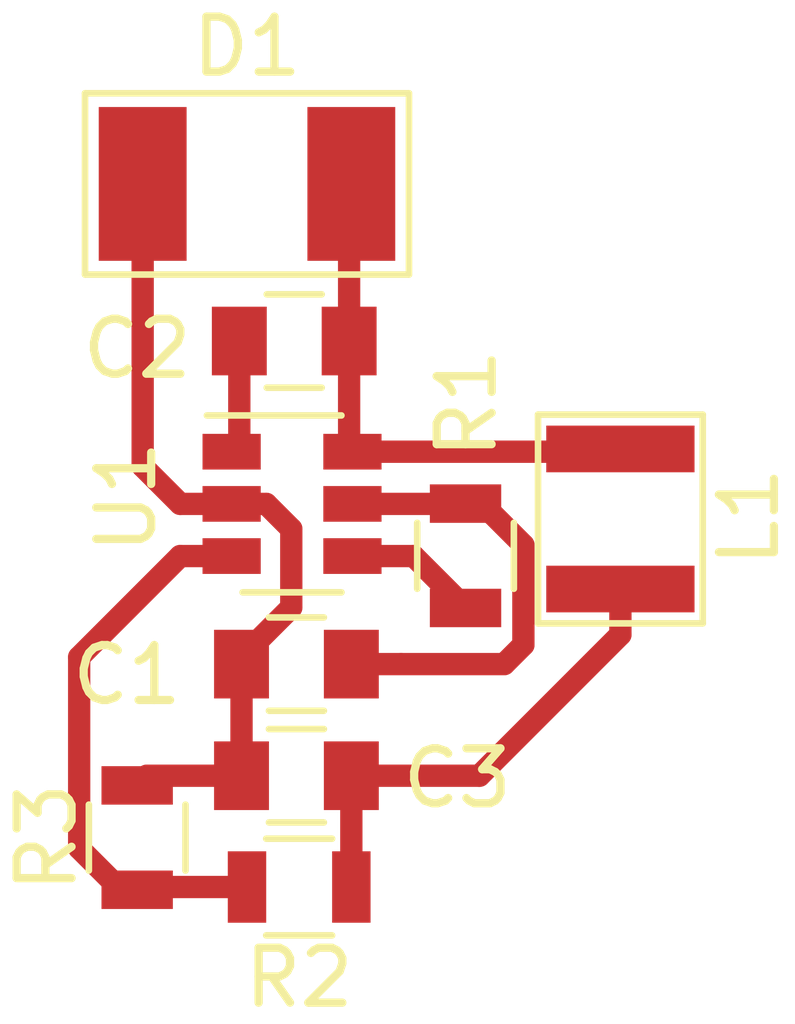
<source format=kicad_pcb>
(kicad_pcb (version 20171130) (host pcbnew 5.1.5-52549c5~84~ubuntu18.04.1)

  (general
    (thickness 1.6)
    (drawings 0)
    (tracks 43)
    (zones 0)
    (modules 9)
    (nets 8)
  )

  (page A4)
  (layers
    (0 F.Cu signal)
    (31 B.Cu signal)
    (32 B.Adhes user)
    (33 F.Adhes user)
    (34 B.Paste user)
    (35 F.Paste user)
    (36 B.SilkS user)
    (37 F.SilkS user)
    (38 B.Mask user)
    (39 F.Mask user)
    (40 Dwgs.User user)
    (41 Cmts.User user)
    (42 Eco1.User user)
    (43 Eco2.User user)
    (44 Edge.Cuts user)
    (45 Margin user)
    (46 B.CrtYd user)
    (47 F.CrtYd user)
    (48 B.Fab user)
    (49 F.Fab user)
  )

  (setup
    (last_trace_width 0.4064)
    (user_trace_width 0.4064)
    (trace_clearance 0.2)
    (zone_clearance 0.508)
    (zone_45_only no)
    (trace_min 0.2)
    (via_size 0.8)
    (via_drill 0.4)
    (via_min_size 0.4)
    (via_min_drill 0.3)
    (uvia_size 0.3)
    (uvia_drill 0.1)
    (uvias_allowed no)
    (uvia_min_size 0.2)
    (uvia_min_drill 0.1)
    (edge_width 0.05)
    (segment_width 0.2)
    (pcb_text_width 0.3)
    (pcb_text_size 1.5 1.5)
    (mod_edge_width 0.12)
    (mod_text_size 1 1)
    (mod_text_width 0.15)
    (pad_size 1.524 1.524)
    (pad_drill 0.762)
    (pad_to_mask_clearance 0.051)
    (solder_mask_min_width 0.25)
    (aux_axis_origin 0 0)
    (visible_elements FFFFFF7F)
    (pcbplotparams
      (layerselection 0x010fc_ffffffff)
      (usegerberextensions false)
      (usegerberattributes false)
      (usegerberadvancedattributes false)
      (creategerberjobfile false)
      (excludeedgelayer true)
      (linewidth 0.100000)
      (plotframeref false)
      (viasonmask false)
      (mode 1)
      (useauxorigin false)
      (hpglpennumber 1)
      (hpglpenspeed 20)
      (hpglpendiameter 15.000000)
      (psnegative false)
      (psa4output false)
      (plotreference true)
      (plotvalue true)
      (plotinvisibletext false)
      (padsonsilk false)
      (subtractmaskfromsilk false)
      (outputformat 1)
      (mirror false)
      (drillshape 1)
      (scaleselection 1)
      (outputdirectory ""))
  )

  (net 0 "")
  (net 1 /VIN)
  (net 2 GND)
  (net 3 "Net-(C2-Pad2)")
  (net 4 "Net-(C2-Pad1)")
  (net 5 /VOUT)
  (net 6 "Net-(R1-Pad2)")
  (net 7 "Net-(R2-Pad2)")

  (net_class Default "This is the default net class."
    (clearance 0.2)
    (trace_width 0.25)
    (via_dia 0.8)
    (via_drill 0.4)
    (uvia_dia 0.3)
    (uvia_drill 0.1)
    (add_net /VIN)
    (add_net /VOUT)
    (add_net GND)
    (add_net "Net-(C2-Pad1)")
    (add_net "Net-(C2-Pad2)")
    (add_net "Net-(R1-Pad2)")
    (add_net "Net-(R2-Pad2)")
  )

  (module footprints:DO-214AC (layer F.Cu) (tedit 5F5AAF16) (tstamp 5F5AB6DA)
    (at 150.5 86 180)
    (descr https://www.diodes.com/assets/Package-Files/DO-214AC.pdf)
    (path /5F48C8ED)
    (attr smd)
    (fp_text reference D1 (at 0 2.5) (layer F.SilkS)
      (effects (font (size 1 1) (thickness 0.15)))
    )
    (fp_text value CDBA140-G (at 0.02 2.98) (layer F.Fab) hide
      (effects (font (size 1 1) (thickness 0.15)))
    )
    (fp_line (start -2.95 1.65) (end -2.95 -1.65) (layer F.SilkS) (width 0.12))
    (fp_line (start 2.95 1.65) (end -2.95 1.65) (layer F.SilkS) (width 0.12))
    (fp_line (start 2.95 -1.65) (end 2.95 1.65) (layer F.SilkS) (width 0.12))
    (fp_line (start -2.95 -1.65) (end 2.95 -1.65) (layer F.SilkS) (width 0.12))
    (pad 2 smd rect (at 1.9 0 180) (size 1.6 2.8) (layers F.Cu F.Paste F.Mask)
      (net 2 GND))
    (pad 1 smd rect (at -1.9 0 180) (size 1.6 2.8) (layers F.Cu F.Paste F.Mask)
      (net 3 "Net-(C2-Pad2)"))
    (model ${LOCAL_DIR}/OEM_Preferred_Parts/3DModels/DO_214AA_OEM/DO_214AA.wrl
      (at (xyz 0 0 0))
      (scale (xyz 1 1 1))
      (rotate (xyz 0 0 0))
    )
  )

  (module footprints:BRL3225 (layer F.Cu) (tedit 5F597669) (tstamp 5F59D17B)
    (at 157.3 92.1 270)
    (path /5F48D4FA)
    (attr smd)
    (fp_text reference L1 (at -0.04 -2.34 90) (layer F.SilkS)
      (effects (font (size 1 1) (thickness 0.15)))
    )
    (fp_text value L_2.2uH (at 0.025 -4.6 90) (layer F.Fab) hide
      (effects (font (size 1 1) (thickness 0.15)))
    )
    (fp_line (start -1.9 1.5) (end -1.9 -1.5) (layer F.SilkS) (width 0.12))
    (fp_line (start 1.9 1.5) (end -1.9 1.5) (layer F.SilkS) (width 0.12))
    (fp_line (start 1.9 -1.5) (end 1.9 1.5) (layer F.SilkS) (width 0.12))
    (fp_line (start -1.9 -1.5) (end 1.9 -1.5) (layer F.SilkS) (width 0.12))
    (pad 2 smd rect (at 1.275 0 270) (size 0.85 2.7) (layers F.Cu F.Paste F.Mask)
      (net 5 /VOUT))
    (pad 1 smd rect (at -1.275 0 270) (size 0.85 2.7) (layers F.Cu F.Paste F.Mask)
      (net 3 "Net-(C2-Pad2)"))
  )

  (module footprints:SOT-23-6_OEM (layer F.Cu) (tedit 5C16ABEF) (tstamp 5F597569)
    (at 151.32 91.825)
    (descr "6-pin SOT-23 package")
    (tags SOT-23-6)
    (path /5F48B5B3)
    (attr smd)
    (fp_text reference U1 (at -3.02 -0.125 90) (layer F.SilkS)
      (effects (font (size 1 1) (thickness 0.15)))
    )
    (fp_text value AOZ1280 (at 0 2.9) (layer F.Fab) hide
      (effects (font (size 1 1) (thickness 0.15)))
    )
    (fp_line (start 0.9 -1.55) (end 0.9 1.55) (layer F.Fab) (width 0.1))
    (fp_line (start 0.9 1.55) (end -0.9 1.55) (layer F.Fab) (width 0.1))
    (fp_line (start -0.9 -0.9) (end -0.9 1.55) (layer F.Fab) (width 0.1))
    (fp_line (start 0.9 -1.55) (end -0.25 -1.55) (layer F.Fab) (width 0.1))
    (fp_line (start -0.9 -0.9) (end -0.25 -1.55) (layer F.Fab) (width 0.1))
    (fp_line (start -1.9 -1.8) (end -1.9 1.8) (layer F.CrtYd) (width 0.05))
    (fp_line (start -1.9 1.8) (end 1.9 1.8) (layer F.CrtYd) (width 0.05))
    (fp_line (start 1.9 1.8) (end 1.9 -1.8) (layer F.CrtYd) (width 0.05))
    (fp_line (start 1.9 -1.8) (end -1.9 -1.8) (layer F.CrtYd) (width 0.05))
    (fp_line (start 0.9 -1.61) (end -1.55 -1.61) (layer F.SilkS) (width 0.12))
    (fp_line (start -0.9 1.61) (end 0.9 1.61) (layer F.SilkS) (width 0.12))
    (pad 5 smd rect (at 1.1 0) (size 1.06 0.65) (layers F.Cu F.Paste F.Mask)
      (net 1 /VIN))
    (pad 6 smd rect (at 1.1 -0.95) (size 1.06 0.65) (layers F.Cu F.Paste F.Mask)
      (net 3 "Net-(C2-Pad2)"))
    (pad 4 smd rect (at 1.1 0.95) (size 1.06 0.65) (layers F.Cu F.Paste F.Mask)
      (net 6 "Net-(R1-Pad2)"))
    (pad 3 smd rect (at -1.1 0.95) (size 1.06 0.65) (layers F.Cu F.Paste F.Mask)
      (net 7 "Net-(R2-Pad2)"))
    (pad 2 smd rect (at -1.1 0) (size 1.06 0.65) (layers F.Cu F.Paste F.Mask)
      (net 2 GND))
    (pad 1 smd rect (at -1.1 -0.95) (size 1.06 0.65) (layers F.Cu F.Paste F.Mask)
      (net 4 "Net-(C2-Pad1)"))
    (model "${LOCAL_DIR}/OEM_Preferred_Parts/3DModels/SOT-23-6(generic)/SOT-23-6(generic).wrl"
      (at (xyz 0 0 0))
      (scale (xyz 1 1 1))
      (rotate (xyz 0 0 0))
    )
  )

  (module footprints:R_0805_OEM (layer F.Cu) (tedit 5C3D844D) (tstamp 5F597554)
    (at 148.5 97.9 90)
    (descr "Resistor SMD 0805, reflow soldering, Vishay (see dcrcw.pdf)")
    (tags "resistor 0805")
    (path /5F48DE68)
    (attr smd)
    (fp_text reference R3 (at 0 -1.65 90) (layer F.SilkS)
      (effects (font (size 1 1) (thickness 0.15)))
    )
    (fp_text value R_9.53K (at 0 1.75 90) (layer F.Fab) hide
      (effects (font (size 1 1) (thickness 0.15)))
    )
    (fp_line (start 1.55 0.9) (end -1.55 0.9) (layer F.CrtYd) (width 0.05))
    (fp_line (start 1.55 0.9) (end 1.55 -0.9) (layer F.CrtYd) (width 0.05))
    (fp_line (start -1.55 -0.9) (end -1.55 0.9) (layer F.CrtYd) (width 0.05))
    (fp_line (start -1.55 -0.9) (end 1.55 -0.9) (layer F.CrtYd) (width 0.05))
    (fp_line (start -0.6 -0.88) (end 0.6 -0.88) (layer F.SilkS) (width 0.12))
    (fp_line (start 0.6 0.88) (end -0.6 0.88) (layer F.SilkS) (width 0.12))
    (fp_line (start -1 -0.62) (end 1 -0.62) (layer F.Fab) (width 0.1))
    (fp_line (start 1 -0.62) (end 1 0.62) (layer F.Fab) (width 0.1))
    (fp_line (start 1 0.62) (end -1 0.62) (layer F.Fab) (width 0.1))
    (fp_line (start -1 0.62) (end -1 -0.62) (layer F.Fab) (width 0.1))
    (pad 2 smd rect (at 0.95 0 90) (size 0.7 1.3) (layers F.Cu F.Paste F.Mask)
      (net 2 GND))
    (pad 1 smd rect (at -0.95 0 90) (size 0.7 1.3) (layers F.Cu F.Paste F.Mask)
      (net 7 "Net-(R2-Pad2)"))
    (model ${LOCAL_DIR}/OEM_Preferred_Parts/3DModels/R_0805_OEM/res0805.step
      (at (xyz 0 0 0))
      (scale (xyz 1 1 1))
      (rotate (xyz 0 0 0))
    )
    (model ${LOCAL_DIR}/OEM_Preferred_Parts/3DModels/R_0805_OEM/res0805.step
      (at (xyz 0 0 0))
      (scale (xyz 1 1 1))
      (rotate (xyz 0 0 0))
    )
  )

  (module footprints:R_0805_OEM (layer F.Cu) (tedit 5C3D844D) (tstamp 5F597544)
    (at 151.45 98.8 180)
    (descr "Resistor SMD 0805, reflow soldering, Vishay (see dcrcw.pdf)")
    (tags "resistor 0805")
    (path /5F48DA23)
    (attr smd)
    (fp_text reference R2 (at 0 -1.65) (layer F.SilkS)
      (effects (font (size 1 1) (thickness 0.15)))
    )
    (fp_text value R_49.9K (at 0 1.75) (layer F.Fab) hide
      (effects (font (size 1 1) (thickness 0.15)))
    )
    (fp_line (start 1.55 0.9) (end -1.55 0.9) (layer F.CrtYd) (width 0.05))
    (fp_line (start 1.55 0.9) (end 1.55 -0.9) (layer F.CrtYd) (width 0.05))
    (fp_line (start -1.55 -0.9) (end -1.55 0.9) (layer F.CrtYd) (width 0.05))
    (fp_line (start -1.55 -0.9) (end 1.55 -0.9) (layer F.CrtYd) (width 0.05))
    (fp_line (start -0.6 -0.88) (end 0.6 -0.88) (layer F.SilkS) (width 0.12))
    (fp_line (start 0.6 0.88) (end -0.6 0.88) (layer F.SilkS) (width 0.12))
    (fp_line (start -1 -0.62) (end 1 -0.62) (layer F.Fab) (width 0.1))
    (fp_line (start 1 -0.62) (end 1 0.62) (layer F.Fab) (width 0.1))
    (fp_line (start 1 0.62) (end -1 0.62) (layer F.Fab) (width 0.1))
    (fp_line (start -1 0.62) (end -1 -0.62) (layer F.Fab) (width 0.1))
    (pad 2 smd rect (at 0.95 0 180) (size 0.7 1.3) (layers F.Cu F.Paste F.Mask)
      (net 7 "Net-(R2-Pad2)"))
    (pad 1 smd rect (at -0.95 0 180) (size 0.7 1.3) (layers F.Cu F.Paste F.Mask)
      (net 5 /VOUT))
    (model ${LOCAL_DIR}/OEM_Preferred_Parts/3DModels/R_0805_OEM/res0805.step
      (at (xyz 0 0 0))
      (scale (xyz 1 1 1))
      (rotate (xyz 0 0 0))
    )
    (model ${LOCAL_DIR}/OEM_Preferred_Parts/3DModels/R_0805_OEM/res0805.step
      (at (xyz 0 0 0))
      (scale (xyz 1 1 1))
      (rotate (xyz 0 0 0))
    )
  )

  (module footprints:R_0805_OEM (layer F.Cu) (tedit 5C3D844D) (tstamp 5F597534)
    (at 154.48 92.77 270)
    (descr "Resistor SMD 0805, reflow soldering, Vishay (see dcrcw.pdf)")
    (tags "resistor 0805")
    (path /5F4884D0)
    (attr smd)
    (fp_text reference R1 (at -2.77 -0.02 270) (layer F.SilkS)
      (effects (font (size 1 1) (thickness 0.15)))
    )
    (fp_text value R_7.5M (at 0 1.75 90) (layer F.Fab) hide
      (effects (font (size 1 1) (thickness 0.15)))
    )
    (fp_line (start 1.55 0.9) (end -1.55 0.9) (layer F.CrtYd) (width 0.05))
    (fp_line (start 1.55 0.9) (end 1.55 -0.9) (layer F.CrtYd) (width 0.05))
    (fp_line (start -1.55 -0.9) (end -1.55 0.9) (layer F.CrtYd) (width 0.05))
    (fp_line (start -1.55 -0.9) (end 1.55 -0.9) (layer F.CrtYd) (width 0.05))
    (fp_line (start -0.6 -0.88) (end 0.6 -0.88) (layer F.SilkS) (width 0.12))
    (fp_line (start 0.6 0.88) (end -0.6 0.88) (layer F.SilkS) (width 0.12))
    (fp_line (start -1 -0.62) (end 1 -0.62) (layer F.Fab) (width 0.1))
    (fp_line (start 1 -0.62) (end 1 0.62) (layer F.Fab) (width 0.1))
    (fp_line (start 1 0.62) (end -1 0.62) (layer F.Fab) (width 0.1))
    (fp_line (start -1 0.62) (end -1 -0.62) (layer F.Fab) (width 0.1))
    (pad 2 smd rect (at 0.95 0 270) (size 0.7 1.3) (layers F.Cu F.Paste F.Mask)
      (net 6 "Net-(R1-Pad2)"))
    (pad 1 smd rect (at -0.95 0 270) (size 0.7 1.3) (layers F.Cu F.Paste F.Mask)
      (net 1 /VIN))
    (model ${LOCAL_DIR}/OEM_Preferred_Parts/3DModels/R_0805_OEM/res0805.step
      (at (xyz 0 0 0))
      (scale (xyz 1 1 1))
      (rotate (xyz 0 0 0))
    )
    (model ${LOCAL_DIR}/OEM_Preferred_Parts/3DModels/R_0805_OEM/res0805.step
      (at (xyz 0 0 0))
      (scale (xyz 1 1 1))
      (rotate (xyz 0 0 0))
    )
  )

  (module footprints:C_0805_OEM (layer F.Cu) (tedit 5C3D8347) (tstamp 5F597524)
    (at 151.4 96.774 180)
    (descr "Capacitor SMD 0805, reflow soldering, AVX (see smccp.pdf)")
    (tags "capacitor 0805")
    (path /5F48FDF5)
    (attr smd)
    (fp_text reference C3 (at -2.93 -0.046) (layer F.SilkS)
      (effects (font (size 1 1) (thickness 0.15)))
    )
    (fp_text value C_10uF (at 0 1.75) (layer F.Fab) hide
      (effects (font (size 1 1) (thickness 0.15)))
    )
    (fp_line (start 1.75 0.87) (end -1.75 0.87) (layer F.CrtYd) (width 0.05))
    (fp_line (start 1.75 0.87) (end 1.75 -0.88) (layer F.CrtYd) (width 0.05))
    (fp_line (start -1.75 -0.88) (end -1.75 0.87) (layer F.CrtYd) (width 0.05))
    (fp_line (start -1.75 -0.88) (end 1.75 -0.88) (layer F.CrtYd) (width 0.05))
    (fp_line (start -0.5 0.85) (end 0.5 0.85) (layer F.SilkS) (width 0.12))
    (fp_line (start 0.5 -0.85) (end -0.5 -0.85) (layer F.SilkS) (width 0.12))
    (fp_line (start -1 -0.62) (end 1 -0.62) (layer F.Fab) (width 0.1))
    (fp_line (start 1 -0.62) (end 1 0.62) (layer F.Fab) (width 0.1))
    (fp_line (start 1 0.62) (end -1 0.62) (layer F.Fab) (width 0.1))
    (fp_line (start -1 0.62) (end -1 -0.62) (layer F.Fab) (width 0.1))
    (pad 2 smd rect (at 1 0 180) (size 1 1.25) (layers F.Cu F.Paste F.Mask)
      (net 2 GND))
    (pad 1 smd rect (at -1 0 180) (size 1 1.25) (layers F.Cu F.Paste F.Mask)
      (net 5 /VOUT))
    (model ${LOCAL_DIR}/OEM_Preferred_Parts/3DModels/C_0805_OEM/C_0805.step
      (at (xyz 0 0 0))
      (scale (xyz 1 1 1))
      (rotate (xyz 0 0 0))
    )
    (model ${LOCAL_DIR}/OEM_Preferred_Parts/3DModels/C_0805_OEM/C_0805.step
      (at (xyz 0 0 0))
      (scale (xyz 1 1 1))
      (rotate (xyz 0 0 0))
    )
  )

  (module footprints:C_0805_OEM (layer F.Cu) (tedit 5C3D8347) (tstamp 5F597514)
    (at 151.36 88.86)
    (descr "Capacitor SMD 0805, reflow soldering, AVX (see smccp.pdf)")
    (tags "capacitor 0805")
    (path /5F48C587)
    (attr smd)
    (fp_text reference C2 (at -2.86 0.14) (layer F.SilkS)
      (effects (font (size 1 1) (thickness 0.15)))
    )
    (fp_text value C_10nF (at 0 1.75) (layer F.Fab) hide
      (effects (font (size 1 1) (thickness 0.15)))
    )
    (fp_line (start 1.75 0.87) (end -1.75 0.87) (layer F.CrtYd) (width 0.05))
    (fp_line (start 1.75 0.87) (end 1.75 -0.88) (layer F.CrtYd) (width 0.05))
    (fp_line (start -1.75 -0.88) (end -1.75 0.87) (layer F.CrtYd) (width 0.05))
    (fp_line (start -1.75 -0.88) (end 1.75 -0.88) (layer F.CrtYd) (width 0.05))
    (fp_line (start -0.5 0.85) (end 0.5 0.85) (layer F.SilkS) (width 0.12))
    (fp_line (start 0.5 -0.85) (end -0.5 -0.85) (layer F.SilkS) (width 0.12))
    (fp_line (start -1 -0.62) (end 1 -0.62) (layer F.Fab) (width 0.1))
    (fp_line (start 1 -0.62) (end 1 0.62) (layer F.Fab) (width 0.1))
    (fp_line (start 1 0.62) (end -1 0.62) (layer F.Fab) (width 0.1))
    (fp_line (start -1 0.62) (end -1 -0.62) (layer F.Fab) (width 0.1))
    (pad 2 smd rect (at 1 0) (size 1 1.25) (layers F.Cu F.Paste F.Mask)
      (net 3 "Net-(C2-Pad2)"))
    (pad 1 smd rect (at -1 0) (size 1 1.25) (layers F.Cu F.Paste F.Mask)
      (net 4 "Net-(C2-Pad1)"))
    (model ${LOCAL_DIR}/OEM_Preferred_Parts/3DModels/C_0805_OEM/C_0805.step
      (at (xyz 0 0 0))
      (scale (xyz 1 1 1))
      (rotate (xyz 0 0 0))
    )
    (model ${LOCAL_DIR}/OEM_Preferred_Parts/3DModels/C_0805_OEM/C_0805.step
      (at (xyz 0 0 0))
      (scale (xyz 1 1 1))
      (rotate (xyz 0 0 0))
    )
  )

  (module footprints:C_0805_OEM (layer F.Cu) (tedit 5C3D8347) (tstamp 5F597504)
    (at 151.4 94.742)
    (descr "Capacitor SMD 0805, reflow soldering, AVX (see smccp.pdf)")
    (tags "capacitor 0805")
    (path /5F48AE83)
    (attr smd)
    (fp_text reference C1 (at -3.088 0.198) (layer F.SilkS)
      (effects (font (size 1 1) (thickness 0.15)))
    )
    (fp_text value C_4.7uF_25V (at 0 1.75) (layer F.Fab) hide
      (effects (font (size 1 1) (thickness 0.15)))
    )
    (fp_line (start 1.75 0.87) (end -1.75 0.87) (layer F.CrtYd) (width 0.05))
    (fp_line (start 1.75 0.87) (end 1.75 -0.88) (layer F.CrtYd) (width 0.05))
    (fp_line (start -1.75 -0.88) (end -1.75 0.87) (layer F.CrtYd) (width 0.05))
    (fp_line (start -1.75 -0.88) (end 1.75 -0.88) (layer F.CrtYd) (width 0.05))
    (fp_line (start -0.5 0.85) (end 0.5 0.85) (layer F.SilkS) (width 0.12))
    (fp_line (start 0.5 -0.85) (end -0.5 -0.85) (layer F.SilkS) (width 0.12))
    (fp_line (start -1 -0.62) (end 1 -0.62) (layer F.Fab) (width 0.1))
    (fp_line (start 1 -0.62) (end 1 0.62) (layer F.Fab) (width 0.1))
    (fp_line (start 1 0.62) (end -1 0.62) (layer F.Fab) (width 0.1))
    (fp_line (start -1 0.62) (end -1 -0.62) (layer F.Fab) (width 0.1))
    (pad 2 smd rect (at 1 0) (size 1 1.25) (layers F.Cu F.Paste F.Mask)
      (net 1 /VIN))
    (pad 1 smd rect (at -1 0) (size 1 1.25) (layers F.Cu F.Paste F.Mask)
      (net 2 GND))
    (model ${LOCAL_DIR}/OEM_Preferred_Parts/3DModels/C_0805_OEM/C_0805.step
      (at (xyz 0 0 0))
      (scale (xyz 1 1 1))
      (rotate (xyz 0 0 0))
    )
    (model ${LOCAL_DIR}/OEM_Preferred_Parts/3DModels/C_0805_OEM/C_0805.step
      (at (xyz 0 0 0))
      (scale (xyz 1 1 1))
      (rotate (xyz 0 0 0))
    )
  )

  (segment (start 154.475 91.825) (end 154.48 91.82) (width 0.4064) (layer F.Cu) (net 1))
  (segment (start 152.42 91.825) (end 154.475 91.825) (width 0.4064) (layer F.Cu) (net 1))
  (segment (start 153.3064 94.742) (end 152.4 94.742) (width 0.4064) (layer F.Cu) (net 1))
  (segment (start 155.183762 94.742) (end 153.3064 94.742) (width 0.4064) (layer F.Cu) (net 1))
  (segment (start 155.533201 94.392561) (end 155.183762 94.742) (width 0.4064) (layer F.Cu) (net 1))
  (segment (start 155.533201 92.573201) (end 155.533201 94.392561) (width 0.4064) (layer F.Cu) (net 1))
  (segment (start 154.78 91.82) (end 155.533201 92.573201) (width 0.4064) (layer F.Cu) (net 1))
  (segment (start 154.48 91.82) (end 154.78 91.82) (width 0.4064) (layer F.Cu) (net 1))
  (segment (start 149.2836 91.825) (end 150.22 91.825) (width 0.4064) (layer F.Cu) (net 2))
  (segment (start 150.4 94.742) (end 150.4 96.774) (width 0.4064) (layer F.Cu) (net 2))
  (segment (start 148.676 96.774) (end 148.5 96.95) (width 0.4064) (layer F.Cu) (net 2))
  (segment (start 150.4 96.774) (end 148.676 96.774) (width 0.4064) (layer F.Cu) (net 2))
  (segment (start 150.4 94.617) (end 150.4 94.742) (width 0.4064) (layer F.Cu) (net 2))
  (segment (start 151.3064 93.7106) (end 150.4 94.617) (width 0.4064) (layer F.Cu) (net 2))
  (segment (start 151.3064 92.280638) (end 151.3064 93.7106) (width 0.4064) (layer F.Cu) (net 2))
  (segment (start 150.850762 91.825) (end 151.3064 92.280638) (width 0.4064) (layer F.Cu) (net 2))
  (segment (start 150.22 91.825) (end 150.850762 91.825) (width 0.4064) (layer F.Cu) (net 2))
  (segment (start 148.336 87.0759) (end 148.326 87.0859) (width 0.4064) (layer F.Cu) (net 2))
  (segment (start 148.6 91.1414) (end 148.6 86) (width 0.4064) (layer F.Cu) (net 2))
  (segment (start 149.2836 91.825) (end 148.6 91.1414) (width 0.4064) (layer F.Cu) (net 2))
  (segment (start 157.25 90.875) (end 157.3 90.825) (width 0.4064) (layer F.Cu) (net 3))
  (segment (start 152.42 90.875) (end 157.25 90.875) (width 0.4064) (layer F.Cu) (net 3))
  (segment (start 152.39 88.83) (end 152.36 88.86) (width 0.4064) (layer F.Cu) (net 3))
  (segment (start 152.36 90.815) (end 152.42 90.875) (width 0.4064) (layer F.Cu) (net 3))
  (segment (start 152.36 88.86) (end 152.36 90.815) (width 0.4064) (layer F.Cu) (net 3))
  (segment (start 152.4 88.82) (end 152.36 88.86) (width 0.4064) (layer F.Cu) (net 3))
  (segment (start 152.36 86.04) (end 152.4 86) (width 0.4064) (layer F.Cu) (net 3))
  (segment (start 152.36 88.86) (end 152.36 86.04) (width 0.4064) (layer F.Cu) (net 3))
  (segment (start 150.36 90.735) (end 150.22 90.875) (width 0.4064) (layer F.Cu) (net 4))
  (segment (start 150.36 88.86) (end 150.36 90.735) (width 0.4064) (layer F.Cu) (net 4))
  (segment (start 152.4 98.8) (end 152.4 96.774) (width 0.4064) (layer F.Cu) (net 5))
  (segment (start 157.3 94.2064) (end 157.3 93.375) (width 0.4064) (layer F.Cu) (net 5))
  (segment (start 154.7324 96.774) (end 157.3 94.2064) (width 0.4064) (layer F.Cu) (net 5))
  (segment (start 152.4 96.774) (end 154.7324 96.774) (width 0.4064) (layer F.Cu) (net 5))
  (segment (start 153.535 92.775) (end 154.48 93.72) (width 0.4064) (layer F.Cu) (net 6))
  (segment (start 152.42 92.775) (end 153.535 92.775) (width 0.4064) (layer F.Cu) (net 6))
  (segment (start 148.55 98.8) (end 148.5 98.85) (width 0.4064) (layer F.Cu) (net 7))
  (segment (start 150.5 98.8) (end 148.55 98.8) (width 0.4064) (layer F.Cu) (net 7))
  (segment (start 148.2 98.85) (end 148.5 98.85) (width 0.4064) (layer F.Cu) (net 7))
  (segment (start 147.4436 98.0936) (end 148.2 98.85) (width 0.4064) (layer F.Cu) (net 7))
  (segment (start 147.4436 94.615) (end 147.4436 98.0936) (width 0.4064) (layer F.Cu) (net 7))
  (segment (start 149.2836 92.775) (end 147.4436 94.615) (width 0.4064) (layer F.Cu) (net 7))
  (segment (start 150.22 92.775) (end 149.2836 92.775) (width 0.4064) (layer F.Cu) (net 7))

)

</source>
